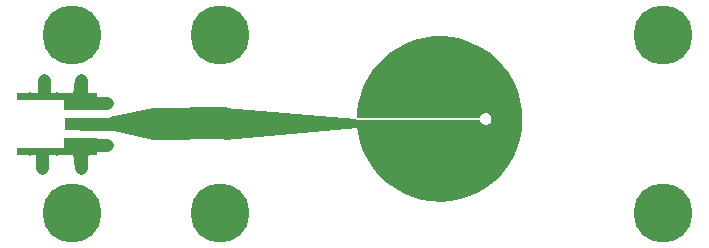
<source format=gtl>
G04*
G04 #@! TF.GenerationSoftware,Altium Limited,Altium Designer,21.4.1 (30)*
G04*
G04 Layer_Physical_Order=1*
G04 Layer_Color=255*
%FSLAX25Y25*%
%MOIN*%
G70*
G04*
G04 #@! TF.SameCoordinates,3DD515BA-ABF8-41DF-8C9C-53FC49308A7C*
G04*
G04*
G04 #@! TF.FilePolarity,Positive*
G04*
G01*
G75*
%ADD11R,0.11024X0.04331*%
%ADD12R,0.01000X0.01000*%
%ADD16R,0.05906X0.05906*%
%ADD17C,0.04331*%
%ADD18C,0.10630*%
%ADD19C,0.19685*%
%ADD20C,0.02795*%
G36*
X24648Y61958D02*
X24713Y61220D01*
X24821Y60568D01*
X24972Y60004D01*
X25167Y59526D01*
X25214Y59449D01*
X27972D01*
Y53740D01*
X16909D01*
Y57284D01*
X1201D01*
Y59449D01*
X19707D01*
X19754Y59526D01*
X19949Y60004D01*
X20100Y60568D01*
X20209Y61220D01*
X20274Y61958D01*
X20295Y62783D01*
X24626D01*
X24648Y61958D01*
D02*
G37*
G36*
X146435Y78148D02*
X149633Y77444D01*
X152726Y76367D01*
X155668Y74931D01*
X158421Y73156D01*
X160943Y71069D01*
X163201Y68697D01*
X165162Y66075D01*
X166799Y63239D01*
X168088Y60229D01*
X169012Y57087D01*
X169558Y53859D01*
X169717Y50588D01*
X169489Y47322D01*
X168875Y44105D01*
X167884Y40984D01*
X166531Y38002D01*
X164834Y35202D01*
X162818Y32622D01*
X160511Y30299D01*
X157944Y28265D01*
X155155Y26549D01*
X152182Y25176D01*
X149068Y24164D01*
X145856Y23529D01*
X142591Y23278D01*
X139320Y23415D01*
X136087Y23939D01*
X132940Y24841D01*
X129921Y26111D01*
X127074Y27728D01*
X124439Y29671D01*
X122052Y31913D01*
X119947Y34421D01*
X118154Y37161D01*
X116698Y40094D01*
X115600Y43179D01*
X114874Y46372D01*
X114703Y48000D01*
X70723Y44024D01*
X70349Y44356D01*
X70074Y54314D01*
X70439Y54657D01*
X114244Y50709D01*
X114553Y50681D01*
X115282Y50681D01*
X155507D01*
X155507Y50681D01*
X155526Y50589D01*
X155580Y50315D01*
X155925Y49656D01*
X156489Y49172D01*
X157193Y48932D01*
X157935Y48969D01*
X158611Y49280D01*
X159123Y49819D01*
X159399Y50509D01*
X159399Y51253D01*
X159123Y51943D01*
X158611Y52482D01*
X157935Y52793D01*
X157193Y52830D01*
X156489Y52590D01*
X155925Y52106D01*
X155580Y51447D01*
X155526Y51174D01*
X155507Y51081D01*
X115508Y51081D01*
X115053Y51081D01*
X114954Y51181D01*
X114954D01*
Y51181D01*
X114954D01*
X114557Y51581D01*
X114565Y52718D01*
X114976Y55967D01*
X115769Y59144D01*
X116933Y62204D01*
X118450Y65106D01*
X120301Y67807D01*
X122459Y70271D01*
X124893Y72461D01*
X127569Y74348D01*
X130449Y75905D01*
X133494Y77109D01*
X136660Y77945D01*
X139903Y78400D01*
X143177Y78468D01*
X146435Y78148D01*
D02*
G37*
G36*
X46628Y44002D02*
X32154Y47047D01*
Y51378D01*
X46628Y54407D01*
Y44002D01*
D02*
G37*
G36*
X27972Y38976D02*
X25214D01*
X25167Y38899D01*
X24972Y38421D01*
X24821Y37857D01*
X24713Y37205D01*
X24648Y36467D01*
X24626Y35642D01*
X20295D01*
X20274Y36467D01*
X20209Y37205D01*
X20100Y37857D01*
X19949Y38421D01*
X19754Y38899D01*
X19707Y38976D01*
X1201D01*
Y41339D01*
X16909D01*
Y44685D01*
X27972D01*
Y38976D01*
D02*
G37*
D11*
X22461Y56299D02*
D03*
Y42126D02*
D03*
Y49213D02*
D03*
D12*
X14547Y38976D02*
D03*
X5492D02*
D03*
Y59449D02*
D03*
X14547D02*
D03*
D16*
X87008Y49409D02*
D03*
D17*
X22461Y42126D02*
X31398D01*
X22461Y56299D02*
X31299D01*
X9449Y34646D02*
Y38681D01*
X22461Y34528D02*
Y42126D01*
X10236Y59744D02*
Y63779D01*
X22461Y56299D02*
Y63898D01*
Y49213D02*
X47638D01*
D18*
X70079Y49380D01*
D19*
X68898Y78740D02*
D03*
Y19685D02*
D03*
X19685D02*
D03*
X216535D02*
D03*
Y78740D02*
D03*
X19685D02*
D03*
D20*
X31398Y42126D02*
D03*
X31299Y56299D02*
D03*
X9449Y34646D02*
D03*
X22461Y34528D02*
D03*
X10236Y63779D02*
D03*
X22461Y63898D02*
D03*
M02*

</source>
